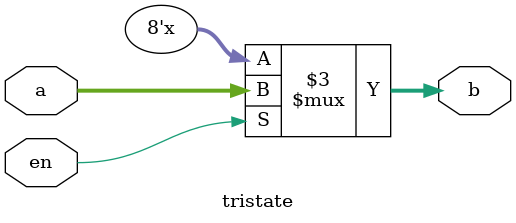
<source format=v>
module tristate (a, b, en);

input [7:0] a;
input en;
output reg [7:0] b;
always@(*) begin
    if(en)
        b = a;
    else
        b = 8'bzzzzzzzz;
end

endmodule
</source>
